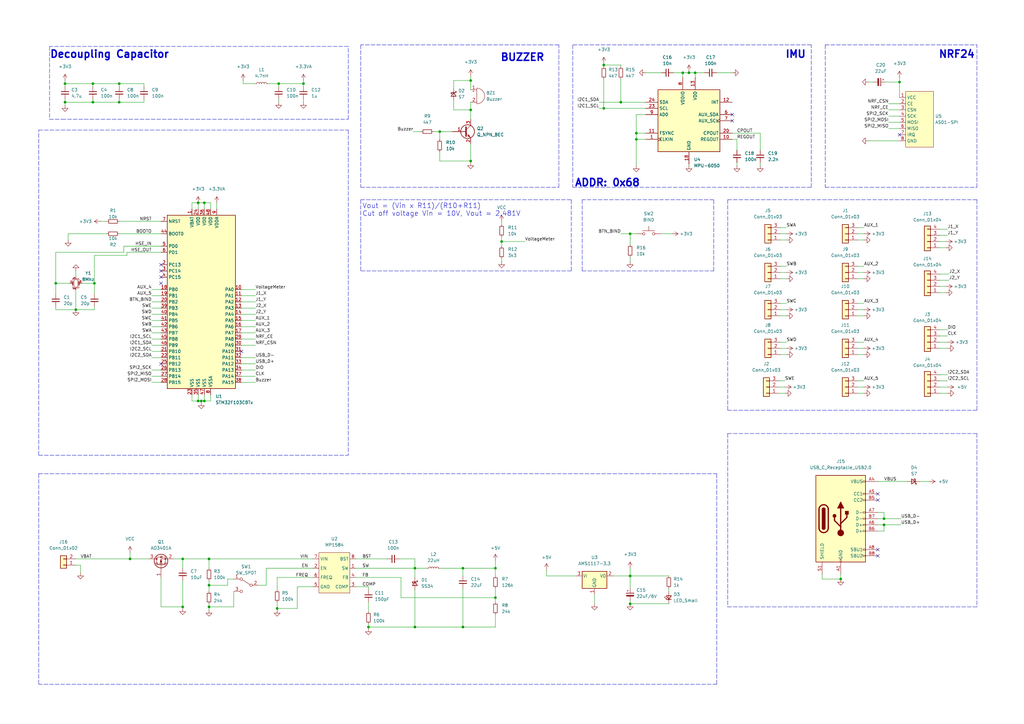
<source format=kicad_sch>
(kicad_sch (version 20211123) (generator eeschema)
  (paper "A3")
  (title_block (title "Digital Transmitter") (date "2022-09-16") (rev "Version 1.0") (company "BIT2BYTE"))
  (junction (at 85.725 240.03))
  (junction (at 368.935 33.655))
  (junction (at 193.04 66.04))
  (junction (at 282.575 29.845))
  (junction (at 280.035 29.845))
  (junction (at 362.585 212.725))
  (junction (at 193.04 45.085))
  (junction (at 83.82 83.185))
  (junction (at 81.28 83.185))
  (junction (at 31.115 127))
  (junction (at 258.445 247.65))
  (junction (at 260.985 57.15))
  (junction (at 170.18 257.175))
  (junction (at 48.895 34.29))
  (junction (at 205.74 99.06))
  (junction (at 38.735 116.205))
  (junction (at 203.2 233.045))
  (junction (at 38.1 41.91))
  (junction (at 151.13 257.175))
  (junction (at 22.86 116.205))
  (junction (at 81.28 164.465))
  (junction (at 247.65 26.67))
  (junction (at 180.34 53.975))
  (junction (at 189.865 257.175))
  (junction (at 193.04 33.02))
  (junction (at 258.445 95.885))
  (junction (at 362.585 215.265))
  (junction (at 285.115 29.845))
  (junction (at 38.1 34.29))
  (junction (at 260.985 54.61))
  (junction (at 83.82 164.465))
  (junction (at 26.67 34.29))
  (junction (at 254.635 41.91))
  (junction (at 53.34 229.235))
  (junction (at 85.725 248.92))
  (junction (at 114.3 34.29))
  (junction (at 74.93 229.235))
  (junction (at 170.18 233.045))
  (junction (at 203.2 245.11))
  (junction (at 189.865 233.045))
  (junction (at 113.665 249.555))
  (junction (at 124.46 34.29))
  (junction (at 344.805 237.49))
  (junction (at 74.93 248.92))
  (junction (at 247.65 44.45))
  (junction (at 26.67 41.91))
  (junction (at 258.445 236.22))
  (junction (at 48.895 41.91))
  (junction (at 82.55 164.465))
  (junction (at 85.725 229.235))
  (no_connect (at 66.04 111.125))
  (no_connect (at 66.04 113.665))
  (no_connect (at 360.045 227.965))
  (no_connect (at 360.045 205.105))
  (no_connect (at 360.045 225.425))
  (no_connect (at 360.045 202.565))
  (no_connect (at 300.355 49.53))
  (no_connect (at 300.355 46.99))
  (no_connect (at 66.04 116.205))
  (no_connect (at 368.935 55.245))
  (no_connect (at 66.04 149.225))
  (no_connect (at 66.04 108.585))
  (no_connect (at 99.06 144.145))
  (wire (pts (xy 95.885 242.57) (xy 95.885 248.92)))
  (polyline (pts (xy 15.875 194.31) (xy 15.875 280.67)))
  (wire (pts (xy 38.1 41.91) (xy 26.67 41.91)))
  (wire (pts (xy 351.79 145.415) (xy 354.33 145.415)))
  (wire (pts (xy 360.045 217.805) (xy 362.585 217.805)))
  (wire (pts (xy 337.185 237.49) (xy 344.805 237.49)))
  (wire (pts (xy 62.23 141.605) (xy 66.04 141.605)))
  (wire (pts (xy 362.585 215.265) (xy 369.57 215.265)))
  (wire (pts (xy 48.895 40.64) (xy 48.895 41.91)))
  (wire (pts (xy 385.445 161.29) (xy 388.62 161.29)))
  (wire (pts (xy 81.28 161.925) (xy 81.28 164.465)))
  (wire (pts (xy 38.1 40.64) (xy 38.1 41.91)))
  (wire (pts (xy 385.445 93.98) (xy 388.62 93.98)))
  (wire (pts (xy 99.06 154.305) (xy 104.775 154.305)))
  (wire (pts (xy 27.94 95.885) (xy 27.94 98.425)))
  (wire (pts (xy 82.55 164.465) (xy 82.55 165.1)))
  (wire (pts (xy 260.985 57.15) (xy 264.795 57.15)))
  (wire (pts (xy 114.3 35.56) (xy 114.3 34.29)))
  (wire (pts (xy 260.985 54.61) (xy 264.795 54.61)))
  (polyline (pts (xy 25.4 48.895) (xy 142.875 48.895)))
  (wire (pts (xy 22.86 127) (xy 31.115 127)))
  (wire (pts (xy 260.985 57.15) (xy 260.985 67.945)))
  (wire (pts (xy 99.06 146.685) (xy 104.775 146.685)))
  (wire (pts (xy 319.405 156.21) (xy 321.945 156.21)))
  (wire (pts (xy 38.735 104.775) (xy 38.735 116.205)))
  (wire (pts (xy 59.055 41.91) (xy 48.895 41.91)))
  (polyline (pts (xy 160.02 76.835) (xy 229.235 76.835)))
  (wire (pts (xy 62.23 131.445) (xy 66.04 131.445)))
  (wire (pts (xy 362.585 212.725) (xy 360.045 212.725)))
  (wire (pts (xy 28.575 116.205) (xy 22.86 116.205)))
  (wire (pts (xy 48.895 34.29) (xy 48.895 35.56)))
  (wire (pts (xy 385.445 101.6) (xy 387.985 101.6)))
  (wire (pts (xy 364.49 47.625) (xy 368.935 47.625)))
  (wire (pts (xy 85.725 229.235) (xy 85.725 233.045)))
  (wire (pts (xy 99.06 133.985) (xy 104.775 133.985)))
  (polyline (pts (xy 294.005 280.67) (xy 15.875 280.67)))
  (wire (pts (xy 254.635 27.305) (xy 254.635 26.67)))
  (wire (pts (xy 205.74 97.155) (xy 205.74 99.06)))
  (wire (pts (xy 193.04 66.04) (xy 193.04 66.675)))
  (wire (pts (xy 193.04 41.91) (xy 193.04 45.085)))
  (wire (pts (xy 351.79 93.345) (xy 354.33 93.345)))
  (wire (pts (xy 368.935 31.75) (xy 368.935 33.655)))
  (wire (pts (xy 41.275 90.805) (xy 43.815 90.805)))
  (wire (pts (xy 258.445 236.22) (xy 251.46 236.22)))
  (wire (pts (xy 52.07 104.775) (xy 38.735 104.775)))
  (wire (pts (xy 264.795 46.99) (xy 260.985 46.99)))
  (wire (pts (xy 85.725 247.65) (xy 85.725 248.92)))
  (wire (pts (xy 99.06 128.905) (xy 104.775 128.905)))
  (wire (pts (xy 99.06 126.365) (xy 104.775 126.365)))
  (wire (pts (xy 22.86 116.205) (xy 22.86 120.65)))
  (wire (pts (xy 364.49 42.545) (xy 368.935 42.545)))
  (wire (pts (xy 351.79 95.885) (xy 354.33 95.885)))
  (wire (pts (xy 258.445 241.3) (xy 258.445 236.22)))
  (polyline (pts (xy 15.875 194.31) (xy 294.005 194.31)))
  (wire (pts (xy 53.34 226.695) (xy 53.34 229.235)))
  (wire (pts (xy 146.05 240.665) (xy 151.13 240.665)))
  (wire (pts (xy 356.235 33.655) (xy 358.14 33.655)))
  (wire (pts (xy 385.445 137.795) (xy 388.62 137.795)))
  (polyline (pts (xy 338.455 18.415) (xy 400.685 18.415)))
  (wire (pts (xy 205.74 99.06) (xy 205.74 100.965)))
  (wire (pts (xy 247.65 44.45) (xy 264.795 44.45)))
  (wire (pts (xy 385.445 120.015) (xy 387.985 120.015)))
  (wire (pts (xy 243.84 243.84) (xy 243.84 247.65)))
  (wire (pts (xy 360.045 197.485) (xy 372.11 197.485)))
  (polyline (pts (xy 400.685 81.915) (xy 400.685 168.275)))
  (wire (pts (xy 33.02 231.775) (xy 33.02 234.95)))
  (wire (pts (xy 356.235 57.785) (xy 368.935 57.785)))
  (wire (pts (xy 258.445 95.885) (xy 258.445 100.33)))
  (wire (pts (xy 203.2 241.3) (xy 203.2 245.11)))
  (polyline (pts (xy 147.955 18.415) (xy 147.955 76.835)))
  (wire (pts (xy 78.74 161.925) (xy 78.74 164.465)))
  (polyline (pts (xy 229.235 18.415) (xy 147.955 18.415)))
  (wire (pts (xy 26.67 33.02) (xy 26.67 34.29)))
  (polyline (pts (xy 292.735 111.125) (xy 292.735 81.915)))
  (wire (pts (xy 85.725 248.92) (xy 85.725 250.19)))
  (wire (pts (xy 285.115 29.845) (xy 288.925 29.845)))
  (wire (pts (xy 351.79 127) (xy 354.33 127)))
  (wire (pts (xy 351.79 142.875) (xy 354.33 142.875)))
  (wire (pts (xy 151.13 255.905) (xy 151.13 257.175)))
  (wire (pts (xy 113.665 249.555) (xy 113.665 250.19)))
  (wire (pts (xy 351.79 109.22) (xy 354.33 109.22)))
  (polyline (pts (xy 20.32 19.05) (xy 20.32 48.895)))
  (wire (pts (xy 385.445 153.67) (xy 388.62 153.67)))
  (wire (pts (xy 74.93 229.235) (xy 85.725 229.235)))
  (wire (pts (xy 186.055 33.02) (xy 193.04 33.02)))
  (wire (pts (xy 113.665 241.935) (xy 113.665 236.855)))
  (wire (pts (xy 38.735 125.73) (xy 38.735 127)))
  (wire (pts (xy 274.32 241.3) (xy 274.32 242.57)))
  (wire (pts (xy 62.23 118.745) (xy 66.04 118.745)))
  (wire (pts (xy 193.04 31.115) (xy 193.04 33.02)))
  (wire (pts (xy 254.635 95.885) (xy 258.445 95.885)))
  (wire (pts (xy 62.23 133.985) (xy 66.04 133.985)))
  (wire (pts (xy 99.06 118.745) (xy 104.775 118.745)))
  (wire (pts (xy 245.745 44.45) (xy 247.65 44.45)))
  (wire (pts (xy 86.36 83.185) (xy 83.82 83.185)))
  (wire (pts (xy 300.355 57.15) (xy 302.26 57.15)))
  (wire (pts (xy 385.445 96.52) (xy 388.62 96.52)))
  (wire (pts (xy 351.79 156.21) (xy 354.33 156.21)))
  (wire (pts (xy 86.36 161.925) (xy 86.36 164.465)))
  (wire (pts (xy 351.79 111.76) (xy 354.33 111.76)))
  (wire (pts (xy 170.18 233.045) (xy 175.26 233.045)))
  (wire (pts (xy 344.805 235.585) (xy 344.805 237.49)))
  (wire (pts (xy 189.865 233.045) (xy 189.865 236.22)))
  (wire (pts (xy 364.49 52.705) (xy 368.935 52.705)))
  (wire (pts (xy 109.22 240.03) (xy 109.22 233.045)))
  (wire (pts (xy 258.445 247.65) (xy 274.32 247.65)))
  (wire (pts (xy 320.04 93.345) (xy 322.58 93.345)))
  (wire (pts (xy 203.2 245.11) (xy 203.2 247.015)))
  (wire (pts (xy 48.895 90.805) (xy 66.04 90.805)))
  (wire (pts (xy 66.04 248.92) (xy 74.93 248.92)))
  (wire (pts (xy 74.93 248.92) (xy 74.93 249.555)))
  (wire (pts (xy 151.13 247.015) (xy 151.13 250.825)))
  (wire (pts (xy 271.145 95.885) (xy 275.59 95.885)))
  (wire (pts (xy 121.92 249.555) (xy 113.665 249.555)))
  (wire (pts (xy 177.8 53.975) (xy 180.34 53.975)))
  (wire (pts (xy 351.79 161.29) (xy 354.33 161.29)))
  (wire (pts (xy 52.07 103.505) (xy 52.07 104.775)))
  (wire (pts (xy 62.23 146.685) (xy 66.04 146.685)))
  (wire (pts (xy 193.04 33.02) (xy 193.04 36.83)))
  (wire (pts (xy 74.93 238.125) (xy 74.93 248.92)))
  (wire (pts (xy 99.06 136.525) (xy 104.775 136.525)))
  (wire (pts (xy 247.65 32.385) (xy 247.65 44.45)))
  (polyline (pts (xy 400.685 177.8) (xy 400.685 248.92)))
  (wire (pts (xy 320.04 145.415) (xy 322.58 145.415)))
  (wire (pts (xy 362.585 212.725) (xy 369.57 212.725)))
  (wire (pts (xy 186.055 45.085) (xy 193.04 45.085)))
  (wire (pts (xy 74.93 229.235) (xy 74.93 233.045)))
  (wire (pts (xy 203.2 233.045) (xy 203.2 236.22)))
  (wire (pts (xy 66.04 236.855) (xy 66.04 248.92)))
  (wire (pts (xy 362.585 217.805) (xy 362.585 215.265)))
  (wire (pts (xy 31.115 229.235) (xy 53.34 229.235)))
  (wire (pts (xy 320.04 142.875) (xy 322.58 142.875)))
  (wire (pts (xy 385.445 112.395) (xy 389.255 112.395)))
  (wire (pts (xy 320.04 124.46) (xy 322.58 124.46)))
  (wire (pts (xy 83.82 83.185) (xy 81.28 83.185)))
  (polyline (pts (xy 292.735 81.915) (xy 238.76 81.915)))
  (wire (pts (xy 311.785 54.61) (xy 300.355 54.61)))
  (wire (pts (xy 351.79 98.425) (xy 354.33 98.425)))
  (wire (pts (xy 121.92 240.665) (xy 121.92 249.555)))
  (polyline (pts (xy 147.955 81.915) (xy 147.955 111.125)))
  (wire (pts (xy 95.885 248.92) (xy 85.725 248.92)))
  (wire (pts (xy 254.635 41.91) (xy 264.795 41.91)))
  (wire (pts (xy 319.405 161.29) (xy 321.945 161.29)))
  (wire (pts (xy 247.65 26.67) (xy 247.65 27.305)))
  (wire (pts (xy 48.895 41.91) (xy 38.1 41.91)))
  (wire (pts (xy 351.79 124.46) (xy 354.33 124.46)))
  (wire (pts (xy 258.445 246.38) (xy 258.445 247.65)))
  (wire (pts (xy 38.1 34.29) (xy 38.1 35.56)))
  (wire (pts (xy 85.725 240.03) (xy 85.725 242.57)))
  (wire (pts (xy 385.445 117.475) (xy 387.985 117.475)))
  (wire (pts (xy 205.74 106.045) (xy 205.74 107.315)))
  (wire (pts (xy 83.82 164.465) (xy 86.36 164.465)))
  (wire (pts (xy 186.055 41.275) (xy 186.055 45.085)))
  (polyline (pts (xy 298.45 177.8) (xy 298.45 248.92)))
  (wire (pts (xy 50.8 103.505) (xy 50.8 100.965)))
  (wire (pts (xy 189.865 257.175) (xy 203.2 257.175)))
  (wire (pts (xy 186.055 36.195) (xy 186.055 33.02)))
  (wire (pts (xy 38.735 127) (xy 31.115 127)))
  (wire (pts (xy 85.725 229.235) (xy 128.27 229.235)))
  (wire (pts (xy 62.23 154.305) (xy 66.04 154.305)))
  (wire (pts (xy 260.985 54.61) (xy 260.985 57.15)))
  (wire (pts (xy 236.22 236.22) (xy 224.155 236.22)))
  (polyline (pts (xy 238.76 81.915) (xy 238.76 110.49)))
  (wire (pts (xy 26.67 34.29) (xy 26.67 35.56)))
  (wire (pts (xy 22.86 125.73) (xy 22.86 127)))
  (polyline (pts (xy 298.45 177.8) (xy 400.685 177.8)))
  (wire (pts (xy 151.13 257.175) (xy 151.13 257.81)))
  (wire (pts (xy 85.725 238.125) (xy 85.725 240.03)))
  (wire (pts (xy 285.115 31.75) (xy 285.115 29.845)))
  (wire (pts (xy 260.985 46.99) (xy 260.985 54.61)))
  (wire (pts (xy 280.035 29.845) (xy 280.035 31.75)))
  (wire (pts (xy 164.465 236.855) (xy 146.05 236.855)))
  (wire (pts (xy 362.585 210.185) (xy 362.585 212.725)))
  (polyline (pts (xy 332.74 76.835) (xy 332.74 18.415)))
  (wire (pts (xy 26.67 34.29) (xy 38.1 34.29)))
  (wire (pts (xy 385.445 140.335) (xy 388.62 140.335)))
  (polyline (pts (xy 238.76 110.49) (xy 238.76 111.125)))
  (wire (pts (xy 99.06 141.605) (xy 104.775 141.605)))
  (wire (pts (xy 193.04 45.085) (xy 193.04 48.895)))
  (wire (pts (xy 180.34 66.04) (xy 193.04 66.04)))
  (wire (pts (xy 170.18 257.175) (xy 151.13 257.175)))
  (wire (pts (xy 113.665 247.015) (xy 113.665 249.555)))
  (wire (pts (xy 62.23 144.145) (xy 66.04 144.145)))
  (wire (pts (xy 282.575 29.21) (xy 282.575 29.845)))
  (wire (pts (xy 245.745 41.91) (xy 254.635 41.91)))
  (polyline (pts (xy 15.875 186.69) (xy 15.875 53.34)))
  (wire (pts (xy 146.05 233.045) (xy 170.18 233.045)))
  (wire (pts (xy 351.79 158.75) (xy 354.33 158.75)))
  (wire (pts (xy 31.115 231.775) (xy 33.02 231.775)))
  (wire (pts (xy 280.035 29.845) (xy 282.575 29.845)))
  (wire (pts (xy 78.74 85.725) (xy 78.74 83.185)))
  (wire (pts (xy 62.23 128.905) (xy 66.04 128.905)))
  (wire (pts (xy 99.06 131.445) (xy 104.775 131.445)))
  (wire (pts (xy 254.635 32.385) (xy 254.635 41.91)))
  (wire (pts (xy 320.04 111.76) (xy 322.58 111.76)))
  (wire (pts (xy 258.445 95.885) (xy 260.985 95.885)))
  (polyline (pts (xy 147.955 76.835) (xy 160.02 76.835)))
  (wire (pts (xy 282.575 67.31) (xy 282.575 67.945)))
  (wire (pts (xy 81.28 164.465) (xy 82.55 164.465)))
  (wire (pts (xy 31.115 118.745) (xy 31.115 127)))
  (wire (pts (xy 203.2 245.11) (xy 164.465 245.11)))
  (wire (pts (xy 180.34 57.15) (xy 180.34 53.975)))
  (polyline (pts (xy 234.315 111.125) (xy 147.955 111.125)))
  (wire (pts (xy 26.67 40.64) (xy 26.67 41.91)))
  (wire (pts (xy 224.155 236.22) (xy 224.155 233.68)))
  (wire (pts (xy 282.575 29.845) (xy 285.115 29.845)))
  (wire (pts (xy 114.3 34.29) (xy 124.46 34.29)))
  (wire (pts (xy 320.04 114.3) (xy 322.58 114.3)))
  (polyline (pts (xy 234.315 81.915) (xy 234.315 111.125)))
  (wire (pts (xy 99.06 151.765) (xy 104.775 151.765)))
  (wire (pts (xy 258.445 236.22) (xy 274.32 236.22)))
  (polyline (pts (xy 142.875 48.895) (xy 142.875 19.05)))
  (wire (pts (xy 170.18 233.045) (xy 170.18 236.855)))
  (wire (pts (xy 82.55 164.465) (xy 83.82 164.465)))
  (wire (pts (xy 99.06 149.225) (xy 104.775 149.225)))
  (wire (pts (xy 62.23 121.285) (xy 66.04 121.285)))
  (wire (pts (xy 83.82 161.925) (xy 83.82 164.465)))
  (wire (pts (xy 264.795 29.845) (xy 271.145 29.845)))
  (wire (pts (xy 169.545 53.975) (xy 172.72 53.975)))
  (wire (pts (xy 124.46 40.64) (xy 124.46 41.91)))
  (polyline (pts (xy 338.455 18.415) (xy 338.455 76.835)))
  (wire (pts (xy 66.04 103.505) (xy 52.07 103.505)))
  (wire (pts (xy 146.05 229.235) (xy 158.75 229.235)))
  (polyline (pts (xy 142.875 53.34) (xy 142.875 186.69)))
  (wire (pts (xy 193.04 59.055) (xy 193.04 66.04)))
  (wire (pts (xy 189.865 233.045) (xy 203.2 233.045)))
  (wire (pts (xy 385.445 156.21) (xy 388.62 156.21)))
  (polyline (pts (xy 15.875 186.69) (xy 142.875 186.69)))
  (wire (pts (xy 99.695 33.02) (xy 99.695 34.29)))
  (wire (pts (xy 170.18 229.235) (xy 170.18 233.045)))
  (wire (pts (xy 351.79 114.3) (xy 354.33 114.3)))
  (wire (pts (xy 124.46 34.29) (xy 124.46 35.56)))
  (wire (pts (xy 26.67 41.91) (xy 26.67 43.18)))
  (wire (pts (xy 311.785 66.675) (xy 311.785 67.945)))
  (wire (pts (xy 170.18 241.935) (xy 170.18 257.175)))
  (polyline (pts (xy 400.685 248.92) (xy 298.45 248.92)))
  (wire (pts (xy 351.79 129.54) (xy 354.33 129.54)))
  (wire (pts (xy 189.865 241.3) (xy 189.865 257.175)))
  (wire (pts (xy 124.46 33.02) (xy 124.46 34.29)))
  (wire (pts (xy 38.1 34.29) (xy 48.895 34.29)))
  (wire (pts (xy 62.23 151.765) (xy 66.04 151.765)))
  (wire (pts (xy 385.445 142.875) (xy 388.62 142.875)))
  (wire (pts (xy 163.83 229.235) (xy 170.18 229.235)))
  (wire (pts (xy 368.935 33.655) (xy 368.935 40.005)))
  (wire (pts (xy 95.885 237.49) (xy 93.345 237.49)))
  (wire (pts (xy 320.04 140.335) (xy 322.58 140.335)))
  (wire (pts (xy 363.22 33.655) (xy 368.935 33.655)))
  (wire (pts (xy 86.36 85.725) (xy 86.36 83.185)))
  (polyline (pts (xy 238.76 111.125) (xy 292.735 111.125)))
  (wire (pts (xy 48.895 34.29) (xy 59.055 34.29)))
  (polyline (pts (xy 338.455 76.835) (xy 400.685 76.835)))
  (wire (pts (xy 258.445 233.045) (xy 258.445 236.22)))
  (wire (pts (xy 109.855 34.29) (xy 114.3 34.29)))
  (wire (pts (xy 22.86 116.205) (xy 22.86 103.505)))
  (polyline (pts (xy 142.875 19.05) (xy 20.32 19.05)))
  (wire (pts (xy 203.2 229.87) (xy 203.2 233.045)))
  (wire (pts (xy 320.04 98.425) (xy 322.58 98.425)))
  (wire (pts (xy 302.26 57.15) (xy 302.26 61.595)))
  (wire (pts (xy 319.405 158.75) (xy 321.945 158.75)))
  (polyline (pts (xy 298.45 81.915) (xy 400.685 81.915)))
  (wire (pts (xy 364.49 50.165) (xy 368.935 50.165)))
  (wire (pts (xy 203.2 257.175) (xy 203.2 252.095)))
  (wire (pts (xy 59.055 34.29) (xy 59.055 35.56)))
  (wire (pts (xy 38.735 116.205) (xy 38.735 120.65)))
  (wire (pts (xy 50.8 100.965) (xy 66.04 100.965)))
  (wire (pts (xy 62.23 136.525) (xy 66.04 136.525)))
  (wire (pts (xy 189.865 257.175) (xy 170.18 257.175)))
  (wire (pts (xy 31.115 111.125) (xy 31.115 113.665)))
  (wire (pts (xy 164.465 245.11) (xy 164.465 236.855)))
  (wire (pts (xy 99.06 139.065) (xy 104.775 139.065)))
  (wire (pts (xy 247.65 26.035) (xy 247.65 26.67)))
  (wire (pts (xy 62.23 123.825) (xy 66.04 123.825)))
  (wire (pts (xy 78.74 164.465) (xy 81.28 164.465)))
  (wire (pts (xy 62.23 126.365) (xy 66.04 126.365)))
  (wire (pts (xy 385.445 99.06) (xy 387.985 99.06)))
  (wire (pts (xy 337.185 235.585) (xy 337.185 237.49)))
  (polyline (pts (xy 400.685 168.275) (xy 298.45 168.275)))
  (polyline (pts (xy 20.32 48.895) (xy 25.4 48.895)))
  (wire (pts (xy 364.49 45.085) (xy 368.935 45.085)))
  (wire (pts (xy 258.445 105.41) (xy 258.445 107.315)))
  (polyline (pts (xy 229.235 76.835) (xy 229.235 18.415)))
  (wire (pts (xy 320.04 129.54) (xy 322.58 129.54)))
  (wire (pts (xy 109.22 233.045) (xy 128.27 233.045)))
  (wire (pts (xy 311.785 61.595) (xy 311.785 54.61)))
  (polyline (pts (xy 294.005 194.31) (xy 294.005 280.67)))
  (wire (pts (xy 43.815 95.885) (xy 27.94 95.885)))
  (polyline (pts (xy 332.74 18.415) (xy 234.95 18.415)))
  (wire (pts (xy 22.86 103.505) (xy 50.8 103.505)))
  (wire (pts (xy 205.74 90.805) (xy 205.74 92.075)))
  (wire (pts (xy 59.055 40.64) (xy 59.055 41.91)))
  (wire (pts (xy 81.28 83.185) (xy 81.28 85.725)))
  (wire (pts (xy 294.005 29.845) (xy 300.355 29.845)))
  (polyline (pts (xy 234.95 18.415) (xy 234.95 76.835)))
  (wire (pts (xy 113.665 236.855) (xy 128.27 236.855)))
  (wire (pts (xy 93.345 240.03) (xy 85.725 240.03)))
  (wire (pts (xy 128.27 240.665) (xy 121.92 240.665)))
  (wire (pts (xy 99.06 156.845) (xy 104.775 156.845)))
  (wire (pts (xy 205.74 99.06) (xy 215.265 99.06)))
  (polyline (pts (xy 15.875 53.34) (xy 142.875 53.34)))
  (polyline (pts (xy 298.45 81.915) (xy 298.45 168.275)))
  (wire (pts (xy 254.635 26.67) (xy 247.65 26.67)))
  (wire (pts (xy 99.695 34.29) (xy 104.775 34.29)))
  (wire (pts (xy 377.19 197.485) (xy 381 197.485)))
  (wire (pts (xy 276.225 29.845) (xy 280.035 29.845)))
  (wire (pts (xy 99.06 121.285) (xy 104.775 121.285)))
  (wire (pts (xy 385.445 114.935) (xy 389.255 114.935)))
  (wire (pts (xy 106.045 240.03) (xy 109.22 240.03)))
  (wire (pts (xy 53.34 229.235) (xy 60.96 229.235)))
  (wire (pts (xy 351.79 140.335) (xy 354.33 140.335)))
  (wire (pts (xy 180.34 53.975) (xy 185.42 53.975)))
  (wire (pts (xy 385.445 158.75) (xy 388.62 158.75)))
  (wire (pts (xy 114.3 40.64) (xy 114.3 41.91)))
  (polyline (pts (xy 400.685 76.835) (xy 400.685 18.415)))
  (wire (pts (xy 93.345 237.49) (xy 93.345 240.03)))
  (wire (pts (xy 88.9 83.185) (xy 88.9 85.725)))
  (wire (pts (xy 62.23 156.845) (xy 66.04 156.845)))
  (wire (pts (xy 151.13 240.665) (xy 151.13 241.935)))
  (wire (pts (xy 83.82 83.185) (xy 83.82 85.725)))
  (wire (pts (xy 320.04 127) (xy 322.58 127)))
  (polyline (pts (xy 234.95 76.835) (xy 332.74 76.835)))
  (polyline (pts (xy 147.955 81.915) (xy 234.315 81.915)))
  (wire (pts (xy 360.045 210.185) (xy 362.585 210.185)))
  (wire (pts (xy 180.34 233.045) (xy 189.865 233.045)))
  (wire (pts (xy 62.23 139.065) (xy 66.04 139.065)))
  (wire (pts (xy 99.06 123.825) (xy 104.775 123.825)))
  (wire (pts (xy 320.04 109.22) (xy 322.58 109.22)))
  (wire (pts (xy 302.26 66.675) (xy 302.26 67.945)))
  (wire (pts (xy 48.895 95.885) (xy 66.04 95.885)))
  (wire (pts (xy 385.445 135.255) (xy 388.62 135.255)))
  (wire (pts (xy 360.045 215.265) (xy 362.585 215.265)))
  (wire (pts (xy 180.34 62.23) (xy 180.34 66.04)))
  (wire (pts (xy 78.74 83.185) (xy 81.28 83.185)))
  (wire (pts (xy 320.04 95.885) (xy 322.58 95.885)))
  (wire (pts (xy 33.655 116.205) (xy 38.735 116.205)))
  (wire (pts (xy 71.12 229.235) (xy 74.93 229.235)))
  (text "Vout = (Vin x R11)/(R10+R11)" (at 148.59 85.725 0) (effects (font (size 2 2)) (justify left bottom)))
  (text "Cut off voltage Vin = 10V, Vout = 2.481V" (at 148.59 88.9 0) (effects (font (size 2 2)) (justify left bottom)))
  (text "NRF24" (at 384.81 24.13 0) (effects (font (size 3 3) bold) (justify left bottom)))
  (text "BUZZER" (at 205.105 25.4 0) (effects (font (size 3 3) bold) (justify left bottom)))
  (text "Decoupling Capacitor" (at 20.32 24.13 0) (effects (font (size 3 3) bold) (justify left bottom)))
  (text "ADDR: 0x68" (at 235.585 76.835 0) (effects (font (size 3 3) bold) (justify left bottom)))
  (text "IMU" (at 321.945 24.13 0) (effects (font (size 3 3) (thickness 0.6) bold) (justify left bottom)))
  (label "SPI2_MISO" (at 62.23 154.305 180))
  (label "SWA" (at 322.58 93.345 0))
  (label "FB" (at 148.59 236.855 0))
  (label "USB_D+" (at 104.775 149.225 0))
  (label "AUX_3" (at 104.775 136.525 0))
  (label "CPOUT" (at 302.26 54.61 0))
  (label "I2C2_SCL" (at 62.23 144.145 180))
  (label "I2C2_SCL" (at 388.62 156.21 0))
  (label "J1_X" (at 388.62 93.98 0))
  (label "AUX_1" (at 354.33 93.345 0))
  (label "NRST" (at 62.23 90.805 180))
  (label "VoltageMeter" (at 215.265 99.06 0))
  (label "J1_Y" (at 388.62 96.52 0))
  (label "NRF_CSN" (at 364.49 42.545 180))
  (label "SWD" (at 322.58 140.335 0))
  (label "SPI2_MOSI" (at 364.49 50.165 180))
  (label "Buzzer" (at 169.545 53.975 180))
  (label "SWC" (at 62.23 131.445 180))
  (label "Buzzer" (at 104.775 156.845 0))
  (label "SWB" (at 62.23 133.985 180))
  (label "VIN" (at 126.365 229.235 180))
  (label "I2C1_SCL" (at 245.745 44.45 180))
  (label "HSE_OUT" (at 62.23 103.505 180))
  (label "I2C2_SDA" (at 62.23 146.685 180))
  (label "BOOTO" (at 62.23 95.885 180))
  (label "NRF_CE" (at 104.775 139.065 0))
  (label "DIO" (at 104.775 151.765 0))
  (label "EN" (at 126.365 233.045 180))
  (label "SWA" (at 62.23 136.525 180))
  (label "J2_Y" (at 389.255 114.935 0))
  (label "USB_D-" (at 369.57 212.725 0))
  (label "VBUS" (at 362.585 197.485 0))
  (label "NRF_CE" (at 364.49 45.085 180))
  (label "SPI2_MISO" (at 364.49 52.705 180))
  (label "AUX_2" (at 104.775 133.985 0))
  (label "SPI2_SCK" (at 364.49 47.625 180))
  (label "SWE" (at 321.945 156.21 0))
  (label "SWB" (at 322.58 109.22 0))
  (label "REGOUT" (at 302.26 57.15 0))
  (label "VBAT" (at 33.02 229.235 0))
  (label "SWD" (at 62.23 128.905 180))
  (label "J2_X" (at 104.775 126.365 0))
  (label "VoltageMeter" (at 104.775 118.745 0))
  (label "I2C2_SDA" (at 388.62 153.67 0))
  (label "AUX_1" (at 104.775 131.445 0))
  (label "HSE_IN" (at 62.23 100.965 180))
  (label "I2C1_SDA" (at 245.745 41.91 180))
  (label "BST" (at 148.59 229.235 0))
  (label "AUX_5" (at 62.23 121.285 180))
  (label "SWC" (at 322.58 124.46 0))
  (label "NRF_CSN" (at 104.775 141.605 0))
  (label "AUX_2" (at 354.33 109.22 0))
  (label "SW" (at 148.59 233.045 0))
  (label "I2C1_SDA" (at 62.23 141.605 180))
  (label "SPI2_MOSI" (at 62.23 156.845 180))
  (label "BTN_BIND" (at 62.23 123.825 180))
  (label "USB_D+" (at 369.57 215.265 0))
  (label "DIO" (at 388.62 135.255 0))
  (label "USB_D-" (at 104.775 146.685 0))
  (label "AUX_5" (at 354.33 156.21 0))
  (label "CLK" (at 104.775 154.305 0))
  (label "AUX_3" (at 354.33 124.46 0))
  (label "J2_Y" (at 104.775 128.905 0))
  (label "J1_Y" (at 104.775 123.825 0))
  (label "I2C1_SCL" (at 62.23 139.065 180))
  (label "COMP" (at 148.59 240.665 0))
  (label "AUX_4" (at 354.33 140.335 0))
  (label "BTN_BIND" (at 254.635 95.885 180))
  (label "AUX_4" (at 62.23 118.745 180))
  (label "SPI2_SCK" (at 62.23 151.765 180))
  (label "J2_X" (at 389.255 112.395 0))
  (label "FREQ" (at 126.365 236.855 180))
  (label "CLK" (at 388.62 137.795 0))
  (label "J1_X" (at 104.775 121.285 0))
  (label "SWE" (at 62.23 126.365 180))
  (symbol (lib_id "power:+3.3VA") (at 124.46 33.02 0) (unit 1)
    (property "Reference" "#PWR019" (effects hide))
    (property "Value" "+3.3VA" (at 124.46 27.305 0))
  )
  (symbol (lib_id "power:GND") (at 354.33 114.3 90) (unit 1)
    (property "Reference" "#PWR057" (effects hide))
    (property "Value" "GND" (effects hide))
  )
  (symbol (lib_id "power:+3.3V") (at 99.695 33.02 0) (unit 1)
    (property "Reference" "#PWR016" (effects hide))
    (property "Value" "+3.3V" (at 99.695 27.305 0))
  )
  (symbol (lib_id "power:GND") (at 322.58 145.415 90) (unit 1)
    (property "Reference" "#PWR055" (effects hide))
    (property "Value" "GND" (effects hide))
  )
  (symbol (lib_id "power:+3.3V") (at 354.33 127 270) (unit 1)
    (property "Reference" "#PWR058" (effects hide))
    (property "Value" "+3.3V" (at 357.505 126.9999 90) (effects (justify left)))
  )
  (symbol (lib_id "power:+3.3V") (at 354.33 142.875 270) (unit 1)
    (property "Reference" "#PWR060" (effects hide))
    (property "Value" "+3.3V" (at 357.505 142.8749 90) (effects (justify left)))
  )
  (symbol (lib_id "Device:C_Small") (at 161.29 229.235 90) (unit 1)
    (property "Reference" "C13" (at 161.2963 222.25 90))
    (property "Value" "100n" (at 161.2963 224.79 90))
    (property "Footprint" "Capacitor_SMD:C_0603_1608Metric" (effects hide))
  )
  (symbol (lib_id "Connector_Generic:Conn_01x03") (at 314.325 158.75 180) (unit 1)
    (property "Reference" "J2" (at 314.325 149.225 0))
    (property "Value" "Conn_01x03" (at 314.325 151.765 0))
    (property "Footprint" "MyConnector:con_01x03_W2.5mm-H2.5mm" (effects hide))
  )
  (symbol (lib_id "power:+3.3V") (at 41.275 90.805 90) (unit 1)
    (property "Reference" "#PWR09" (effects hide))
    (property "Value" "+3.3V" (at 32.385 90.805 90) (effects (justify right)))
  )
  (symbol (lib_id "Device:C_Small") (at 273.685 29.845 90) (unit 1)
    (property "Reference" "C16" (at 273.6913 23.495 90))
    (property "Value" "10n" (at 273.6913 26.035 90))
    (property "Footprint" "Capacitor_SMD:C_0603_1608Metric" (effects hide))
  )
  (symbol (lib_id "power:GND") (at 388.62 142.875 90) (unit 1)
    (property "Reference" "#PWR045" (effects hide))
    (property "Value" "GND" (effects hide))
  )
  (symbol (lib_id "power:GND") (at 31.115 111.125 180) (unit 1)
    (property "Reference" "#PWR06" (effects hide))
    (property "Value" "GND" (effects hide))
  )
  (symbol (lib_id "power:GND") (at 354.33 98.425 90) (unit 1)
    (property "Reference" "#PWR023" (effects hide))
    (property "Value" "GND" (effects hide))
  )
  (symbol (lib_id "Device:D_Schottky_Small") (at 374.65 197.485 180) (unit 1)
    (property "Reference" "D4" (at 374.904 191.77 0))
    (property "Value" "S7" (at 374.904 194.31 0))
    (property "Footprint" "Diode_SMD:D_SOD-123" (effects hide))
  )
  (symbol (lib_id "power:VCC") (at 205.74 90.805 0) (unit 1)
    (property "Reference" "#PWR0101" (effects hide))
    (property "Value" "VCC" (at 205.74 85.09 0))
  )
  (symbol (lib_id "Device:D_Schottky_Small") (at 186.055 38.735 270) (unit 1)
    (property "Reference" "D2" (at 187.96 37.2109 90) (effects (justify left)))
    (property "Value" "S7" (at 187.96 39.7509 90) (effects (justify left)))
    (property "Footprint" "Diode_SMD:D_SOD-123" (effects hide))
  )
  (symbol (lib_id "power:+5V") (at 203.2 229.87 0) (unit 1)
    (property "Reference" "#PWR021" (effects hide))
    (property "Value" "+5V" (at 203.2 224.79 0))
  )
  (symbol (lib_id "power:GND") (at 260.985 67.945 0) (unit 1)
    (property "Reference" "#PWR034" (effects hide))
    (property "Value" "GND" (effects hide))
  )
  (symbol (lib_id "Device:R_Small") (at 85.725 245.11 0) (unit 1)
    (property "Reference" "R4" (at 87.63 243.8399 0) (effects (justify left)))
    (property "Value" "24k" (at 87.63 246.3799 0) (effects (justify left)))
    (property "Footprint" "Resistor_SMD:R_0603_1608Metric" (effects hide))
  )
  (symbol (lib_id "Connector_Generic:Conn_01x03") (at 346.71 142.875 180) (unit 1)
    (property "Reference" "J11" (at 346.71 133.35 0))
    (property "Value" "Conn_01x03" (at 346.71 135.89 0))
    (property "Footprint" "MyConnector:con_01x03_W2.5mm-H2.5mm" (effects hide))
  )
  (symbol (lib_id "Device:R_Small") (at 85.725 235.585 0) (unit 1)
    (property "Reference" "R3" (at 87.63 234.3149 0) (effects (justify left)))
    (property "Value" "100k" (at 87.63 236.8549 0) (effects (justify left)))
    (property "Footprint" "Resistor_SMD:R_0603_1608Metric" (effects hide))
  )
  (symbol (lib_id "Connector_Generic:Conn_01x02") (at 26.035 231.775 180) (unit 1)
    (property "Reference" "J16" (at 26.035 222.25 0))
    (property "Value" "Conn_01x02" (at 26.035 224.79 0))
    (property "Footprint" "Connector_PinHeader_2.54mm:PinHeader_1x02_P2.54mm_Vertical" (effects hide))
  )
  (symbol (lib_id "power:GND") (at 264.795 29.845 270) (unit 1)
    (property "Reference" "#PWR035" (effects hide))
    (property "Value" "GND" (effects hide))
  )
  (symbol (lib_id "power:+3.3V") (at 354.33 158.75 270) (unit 1)
    (property "Reference" "#PWR062" (effects hide))
    (property "Value" "+3.3V" (at 357.505 158.7499 90) (effects (justify left)))
  )
  (symbol (lib_id "Device:R_Small") (at 203.2 238.76 0) (unit 1)
    (property "Reference" "R7" (at 205.74 237.4899 0) (effects (justify left)))
    (property "Value" "126k" (at 205.74 240.0299 0) (effects (justify left)))
    (property "Footprint" "Resistor_SMD:R_0603_1608Metric" (effects hide))
  )
  (symbol (lib_id "Device:C_Small") (at 124.46 38.1 0) (unit 1)
    (property "Reference" "C12" (at 127.635 36.8362 0) (effects (justify left)))
    (property "Value" "1u" (at 127.635 39.3762 0) (effects (justify left)))
    (property "Footprint" "Capacitor_SMD:C_0603_1608Metric" (effects hide))
  )
  (symbol (lib_id "Device:C_Small") (at 26.67 38.1 0) (unit 1)
    (property "Reference" "C3" (at 29.21 36.8362 0) (effects (justify left)))
    (property "Value" "4.7u" (at 29.21 39.3762 0) (effects (justify left)))
    (property "Footprint" "Capacitor_SMD:C_0805_2012Metric" (effects hide))
  )
  (symbol (lib_id "Device:L_Small") (at 177.8 233.045 90) (unit 1)
    (property "Reference" "L2" (at 177.8 227.33 90))
    (property "Value" "22uH" (at 177.8 229.87 90))
    (property "Footprint" "Inductor_SMD:L_7.3x7.3_H4.5" (effects hide))
  )
  (symbol (lib_id "power:GND") (at 356.235 33.655 270) (unit 1)
    (property "Reference" "#PWR041" (effects hide))
    (property "Value" "GND" (effects hide))
  )
  (symbol (lib_id "Device:C_Small") (at 151.13 244.475 0) (unit 1)
    (property "Reference" "C11" (at 153.67 243.2112 0) (effects (justify left)))
    (property "Value" "150pF" (at 153.67 245.7512 0) (effects (justify left)))
    (property "Footprint" "Capacitor_SMD:C_0603_1608Metric" (effects hide))
  )
  (symbol (lib_id "power:GND") (at 33.02 234.95 0) (unit 1)
    (property "Reference" "#PWR070" (effects hide))
    (property "Value" "GND" (effects hide))
  )
  (symbol (lib_id "Connector_Generic:Conn_01x04") (at 380.365 117.475 180) (unit 1)
    (property "Reference" "J14" (at 380.365 106.045 0))
    (property "Value" "Conn_01x04" (at 380.365 108.585 0))
    (property "Footprint" "MyConnector:con_01x04_W2.5mm-H2.5mm" (effects hide))
  )
  (symbol (lib_id "power:GND") (at 113.665 250.19 0) (unit 1)
    (property "Reference" "#PWR013" (effects hide))
    (property "Value" "GND" (effects hide))
  )
  (symbol (lib_id "Device:Buzzer") (at 195.58 39.37 0) (unit 1)
    (property "Reference" "BZ1" (at 199.39 38.0999 0) (effects (justify left)))
    (property "Value" "Buzzer" (at 199.39 40.6399 0) (effects (justify left)))
    (property "Footprint" "Buzzer_Beeper:Buzzer_12x9.5RM7.6" (effects hide))
  )
  (symbol (lib_id "power:+3.3V") (at 387.985 99.06 270) (unit 1)
    (property "Reference" "#PWR064" (effects hide))
    (property "Value" "+3.3V" (at 391.16 99.0599 90) (effects (justify left)))
  )
  (symbol (lib_id "Device:C_Small") (at 48.895 38.1 0) (unit 1)
    (property "Reference" "C8" (at 52.07 36.8362 0) (effects (justify left)))
    (property "Value" "100n" (at 52.07 39.3762 0) (effects (justify left)))
    (property "Footprint" "Capacitor_SMD:C_0603_1608Metric" (effects hide))
  )
  (symbol (lib_id "power:+3.3V") (at 322.58 111.76 270) (unit 1)
    (property "Reference" "#PWR050" (effects hide))
    (property "Value" "+3.3V" (at 325.755 111.7599 90) (effects (justify left)))
  )
  (symbol (lib_id "power:GND") (at 388.62 161.29 90) (unit 1)
    (property "Reference" "#PWR047" (effects hide))
    (property "Value" "GND" (effects hide))
  )
  (symbol (lib_id "power:GND") (at 302.26 67.945 0) (unit 1)
    (property "Reference" "#PWR039" (effects hide))
    (property "Value" "GND" (effects hide))
  )
  (symbol (lib_id "Switch:SW_SPDT") (at 100.965 240.03 0) (mirror y) (unit 1)
    (property "Reference" "SW1" (at 100.965 232.41 0))
    (property "Value" "SW_SPDT" (at 100.965 234.95 0))
    (property "Footprint" "Button_Switch_THT:SW_CuK_JS202011CQN_DPDT_Straight" (effects hide))
  )
  (symbol (lib_id "Device:R_Small") (at 175.26 53.975 90) (unit 1)
    (property "Reference" "R9" (at 175.26 47.625 90))
    (property "Value" "4k7" (at 175.26 50.165 90))
    (property "Footprint" "Resistor_SMD:R_0603_1608Metric" (effects hide))
  )
  (symbol (lib_id "power:+3.3V") (at 387.985 117.475 270) (unit 1)
    (property "Reference" "#PWR066" (effects hide))
    (property "Value" "+3.3V" (at 391.16 117.4749 90) (effects (justify left)))
  )
  (symbol (lib_id "power:+3.3V") (at 275.59 95.885 270) (unit 1)
    (property "Reference" "#PWR069" (effects hide))
    (property "Value" "+3.3V" (at 278.765 95.8849 90) (effects (justify left)))
  )
  (symbol (lib_id "Device:C_Polarized_Small") (at 258.445 243.84 0) (unit 1)
    (property "Reference" "C15" (at 260.985 242.0238 0) (effects (justify left)))
    (property "Value" "22uF/6V" (at 260.985 244.5638 0) (effects (justify left)))
    (property "Footprint" "Capacitor_Tantalum_SMD:CP_EIA-3216-10_Kemet-I" (effects hide))
  )
  (symbol (lib_id "Device:R_Small") (at 258.445 102.87 0) (unit 1)
    (property "Reference" "R16" (at 260.985 101.5999 0) (effects (justify left)))
    (property "Value" "10k" (at 260.985 104.1399 0) (effects (justify left)))
    (property "Footprint" "Resistor_SMD:R_0603_1608Metric" (effects hide))
  )
  (symbol (lib_id "power:GND") (at 258.445 247.65 0) (unit 1)
    (property "Reference" "#PWR032" (effects hide))
    (property "Value" "GND" (effects hide))
  )
  (symbol (lib_id "power:VCC") (at 53.34 226.695 0) (unit 1)
    (property "Reference" "#PWR01" (effects hide))
    (property "Value" "VCC" (at 53.34 220.98 0))
  )
  (symbol (lib_id "power:GND") (at 151.13 257.81 0) (unit 1)
    (property "Reference" "#PWR018" (effects hide))
    (property "Value" "GND" (effects hide))
  )
  (symbol (lib_id "Device:C_Small") (at 291.465 29.845 90) (unit 1)
    (property "Reference" "C17" (at 291.4713 23.495 90))
    (property "Value" "100n" (at 291.4713 26.035 90))
    (property "Footprint" "Capacitor_SMD:C_0603_1608Metric" (effects hide))
  )
  (symbol (lib_id "power:+3.3V") (at 354.33 95.885 270) (unit 1)
    (property "Reference" "#PWR022" (effects hide))
    (property "Value" "+3.3V" (at 357.505 95.8849 90) (effects (justify left)))
  )
  (symbol (lib_id "myCustomLibs:AS01-SPI") (at 387.985 47.625 0) (unit 1)
    (property "Reference" "U5" (at 383.54 47.6249 0) (effects (justify left)))
    (property "Value" "AS01-SPI" (at 383.54 50.1649 0) (effects (justify left)))
    (property "Footprint" "Wireless:AS01-SPIPX-NRF24" (effects hide))
  )
  (symbol (lib_id "Device:R_Small") (at 274.32 238.76 0) (unit 1)
    (property "Reference" "R14" (at 276.225 237.4899 0) (effects (justify left)))
    (property "Value" "1k" (at 276.225 240.0299 0) (effects (justify left)))
    (property "Footprint" "Resistor_SMD:R_0603_1608Metric" (effects hide))
  )
  (symbol (lib_id "power:GND") (at 322.58 129.54 90) (unit 1)
    (property "Reference" "#PWR053" (effects hide))
    (property "Value" "GND" (effects hide))
  )
  (symbol (lib_id "power:+3.3V") (at 247.65 26.035 0) (unit 1)
    (property "Reference" "#PWR033" (effects hide))
    (property "Value" "+3.3V" (at 247.65 20.32 0))
  )
  (symbol (lib_id "power:GND") (at 205.74 107.315 0) (unit 1)
    (property "Reference" "#PWR027" (effects hide))
    (property "Value" "GND" (effects hide))
  )
  (symbol (lib_id "Device:C_Small") (at 22.86 123.19 0) (unit 1)
    (property "Reference" "C1" (at 26.035 121.9262 0) (effects (justify left)))
    (property "Value" "20p" (at 26.035 124.4662 0) (effects (justify left)))
    (property "Footprint" "Capacitor_SMD:C_0603_1608Metric" (effects hide))
  )
  (symbol (lib_id "Device:Crystal_GND24_Small") (at 31.115 116.205 0) (unit 1)
    (property "Reference" "Y1" (at 36.195 112.0648 0))
    (property "Value" "8Mhz" (at 36.195 114.6048 0))
    (property "Footprint" "Crystal:Crystal_SMD_3225-4Pin_3.2x2.5mm" (effects hide))
  )
  (symbol (lib_id "power:+5V") (at 224.155 233.68 0) (unit 1)
    (property "Reference" "#PWR026" (effects hide))
    (property "Value" "+5V" (at 224.155 228.6 0))
  )
  (symbol (lib_id "power:+3.3V") (at 388.62 140.335 270) (unit 1)
    (property "Reference" "#PWR044" (effects hide))
    (property "Value" "+3.3V" (at 391.795 140.3349 90) (effects (justify left)))
  )
  (symbol (lib_id "power:+3.3V") (at 282.575 29.21 0) (unit 1)
    (property "Reference" "#PWR036" (effects hide))
    (property "Value" "+3.3V" (at 282.575 23.495 0))
  )
  (symbol (lib_id "Device:C_Small") (at 38.735 123.19 0) (unit 1)
    (property "Reference" "C5" (at 33.02 121.92 0) (effects (justify left)))
    (property "Value" "20p" (at 33.02 124.46 0) (effects (justify left)))
    (property "Footprint" "Capacitor_SMD:C_0603_1608Metric" (effects hide))
  )
  (symbol (lib_id "power:GND") (at 26.67 43.18 0) (unit 1)
    (property "Reference" "#PWR04" (effects hide))
    (property "Value" "GND" (effects hide))
  )
  (symbol (lib_id "power:GND") (at 311.785 67.945 0) (unit 1)
    (property "Reference" "#PWR040" (effects hide))
    (property "Value" "GND" (effects hide))
  )
  (symbol (lib_id "Device:R_Small") (at 180.34 59.69 180) (unit 1)
    (property "Reference" "R10" (at 182.88 58.4199 0) (effects (justify right)))
    (property "Value" "10k" (at 182.88 60.9599 0) (effects (justify right)))
    (property "Footprint" "Resistor_SMD:R_0603_1608Metric" (effects hide))
  )
  (symbol (lib_id "power:GND") (at 74.93 249.555 0) (unit 1)
    (property "Reference" "#PWR010" (effects hide))
    (property "Value" "GND" (effects hide))
  )
  (symbol (lib_id "MCU_ST_STM32F1:STM32F103C8Tx") (at 83.82 123.825 0) (unit 1)
    (property "Reference" "U1" (at 88.3794 162.56 0) (effects (justify left)))
    (property "Value" "STM32F103C8Tx" (at 88.3794 165.1 0) (effects (justify left)))
    (property "Footprint" "Package_QFP:LQFP-48_7x7mm_P0.5mm" (effects hide))
    (property "Datasheet" "http://www.st.com/st-web-ui/static/active/en/resource/technical/document/datasheet/CD00161566.pdf" (effects hide))
  )
  (symbol (lib_id "power:GND") (at 300.355 29.845 90) (unit 1)
    (property "Reference" "#PWR038" (effects hide))
    (property "Value" "GND" (effects hide))
  )
  (symbol (lib_id "Device:R_Small") (at 113.665 244.475 0) (unit 1)
    (property "Reference" "R5" (at 115.57 243.2049 0) (effects (justify left)))
    (property "Value" "100k" (at 115.57 245.7449 0) (effects (justify left)))
    (property "Footprint" "Resistor_SMD:R_0603_1608Metric" (effects hide))
  )
  (symbol (lib_id "Transistor_FET:AO3401A") (at 66.04 231.775 90) (unit 1)
    (property "Reference" "Q1" (at 66.04 222.25 90))
    (property "Value" "AO3401A" (at 66.04 224.79 90))
    (property "Footprint" "Package_TO_SOT_SMD:SOT-23" (effects hide))
    (property "Datasheet" "http://www.aosmd.com/pdfs/datasheet/AO3401A.pdf" (effects hide))
  )
  (symbol (lib_id "Connector:USB_C_Receptacle_USB2.0") (at 344.805 212.725 0) (unit 1)
    (property "Reference" "J15" (at 344.805 189.23 0))
    (property "Value" "USB_C_Receptacle_USB2.0" (at 344.805 191.77 0))
    (property "Footprint" "Connector_USB:USB_C_Receptacle_XKB_U262-16XN-4BVC11" (effects hide))
    (property "Datasheet" "https://www.usb.org/sites/default/files/documents/usb_type-c.zip" (effects hide))
  )
  (symbol (lib_id "power:GND") (at 193.04 66.675 0) (unit 1)
    (property "Reference" "#PWR025" (effects hide))
    (property "Value" "GND" (effects hide))
  )
  (symbol (lib_id "Connector_Generic:Conn_01x03") (at 346.71 158.75 180) (unit 1)
    (property "Reference" "J12" (at 346.71 149.225 0))
    (property "Value" "Conn_01x03" (at 346.71 151.765 0))
    (property "Footprint" "MyConnector:con_01x03_W2.5mm-H2.5mm" (effects hide))
  )
  (symbol (lib_id "power:GND") (at 387.985 101.6 90) (unit 1)
    (property "Reference" "#PWR065" (effects hide))
    (property "Value" "GND" (effects hide))
  )
  (symbol (lib_id "power:GND") (at 344.805 237.49 0) (unit 1)
    (property "Reference" "#PWR02" (effects hide))
    (property "Value" "GND" (effects hide))
  )
  (symbol (lib_id "Connector_Generic:Conn_01x03") (at 346.71 111.76 180) (unit 1)
    (property "Reference" "J9" (at 346.71 102.235 0))
    (property "Value" "Conn_01x03" (at 346.71 104.775 0))
    (property "Footprint" "MyConnector:con_01x03_W2.5mm-H2.5mm" (effects hide))
  )
  (symbol (lib_id "power:+3.3V") (at 81.28 83.185 0) (unit 1)
    (property "Reference" "#PWR012" (effects hide))
    (property "Value" "+3.3V" (at 81.28 77.47 0))
  )
  (symbol (lib_id "Connector_Generic:Conn_01x04") (at 380.365 158.75 180) (unit 1)
    (property "Reference" "J4" (at 380.365 147.32 0))
    (property "Value" "Conn_01x04" (at 380.365 149.86 0))
    (property "Footprint" "MyConnector:con_01x04_W2.5mm-H2.5mm" (effects hide))
  )
  (symbol (lib_id "Device:C_Small") (at 114.3 38.1 0) (unit 1)
    (property "Reference" "C10" (at 117.475 36.8362 0) (effects (justify left)))
    (property "Value" "100n" (at 117.475 39.3762 0) (effects (justify left)))
    (property "Footprint" "Capacitor_SMD:C_0603_1608Metric" (effects hide))
  )
  (symbol (lib_id "Device:R_Small") (at 247.65 29.845 0) (unit 1)
    (property "Reference" "R13" (at 249.555 28.5749 0) (effects (justify left)))
    (property "Value" "4k7" (at 249.555 31.1149 0) (effects (justify left)))
    (property "Footprint" "Resistor_SMD:R_0603_1608Metric" (effects hide))
  )
  (symbol (lib_id "Device:R_Small") (at 151.13 253.365 0) (unit 1)
    (property "Reference" "R6" (at 153.035 252.0949 0) (effects (justify left)))
    (property "Value" "100k" (at 153.035 254.6349 0) (effects (justify left)))
    (property "Footprint" "Resistor_SMD:R_0603_1608Metric" (effects hide))
  )
  (symbol (lib_id "power:GND") (at 85.725 250.19 0) (unit 1)
    (property "Reference" "#PWR011" (effects hide))
    (property "Value" "GND" (effects hide))
  )
  (symbol (lib_id "Device:C_Small") (at 38.1 38.1 0) (unit 1)
    (property "Reference" "C4" (at 41.275 36.8362 0) (effects (justify left)))
    (property "Value" "100n" (at 41.275 39.3762 0) (effects (justify left)))
    (property "Footprint" "Capacitor_SMD:C_0603_1608Metric" (effects hide))
  )
  (symbol (lib_id "power:GND") (at 354.33 129.54 90) (unit 1)
    (property "Reference" "#PWR059" (effects hide))
    (property "Value" "GND" (effects hide))
  )
  (symbol (lib_id "power:GND") (at 114.3 41.91 0) (unit 1)
    (property "Reference" "#PWR017" (effects hide))
    (property "Value" "GND" (effects hide))
  )
  (symbol (lib_id "power:GND") (at 354.33 145.415 90) (unit 1)
    (property "Reference" "#PWR061" (effects hide))
    (property "Value" "GND" (effects hide))
  )
  (symbol (lib_id "Device:C_Small") (at 302.26 64.135 0) (unit 1)
    (property "Reference" "C18" (at 305.435 62.8712 0) (effects (justify left)))
    (property "Value" "100n" (at 305.435 65.4112 0) (effects (justify left)))
    (property "Footprint" "Capacitor_SMD:C_0603_1608Metric" (effects hide))
  )
  (symbol (lib_id "power:GND") (at 322.58 114.3 90) (unit 1)
    (property "Reference" "#PWR051" (effects hide))
    (property "Value" "GND" (effects hide))
  )
  (symbol (lib_id "Device:Q_NPN_BEC") (at 190.5 53.975 0) (unit 1)
    (property "Reference" "Q2" (at 195.58 52.7049 0) (effects (justify left)))
    (property "Value" "Q_NPN_BEC" (at 195.58 55.2449 0) (effects (justify left)))
    (property "Footprint" "Package_TO_SOT_SMD:SOT-23" (effects hide))
  )
  (symbol (lib_id "Connector_Generic:Conn_01x03") (at 314.96 111.76 180) (unit 1)
    (property "Reference" "J6" (at 314.96 102.235 0))
    (property "Value" "Conn_01x03" (at 314.96 104.775 0))
    (property "Footprint" "MyConnector:con_01x03_W2.5mm-H2.5mm" (effects hide))
  )
  (symbol (lib_id "power:GND") (at 321.945 161.29 90) (unit 1)
    (property "Reference" "#PWR029" (effects hide))
    (property "Value" "GND" (effects hide))
  )
  (symbol (lib_id "power:+5V") (at 381 197.485 270) (unit 1)
    (property "Reference" "#PWR08" (effects hide))
    (property "Value" "+5V" (at 384.81 197.4849 90) (effects (justify left)))
  )
  (symbol (lib_id "Connector_Generic:Conn_01x03") (at 314.96 142.875 180) (unit 1)
    (property "Reference" "J8" (at 314.96 133.35 0))
    (property "Value" "Conn_01x03" (at 314.96 135.89 0))
    (property "Footprint" "MyConnector:con_01x03_W2.5mm-H2.5mm" (effects hide))
  )
  (symbol (lib_id "power:GND") (at 31.115 127 0) (unit 1)
    (property "Reference" "#PWR07" (effects hide))
    (property "Value" "GND" (effects hide))
  )
  (symbol (lib_id "power:+3.3V") (at 322.58 95.885 270) (unit 1)
    (property "Reference" "#PWR048" (effects hide))
    (property "Value" "+3.3V" (at 325.755 95.8849 90) (effects (justify left)))
  )
  (symbol (lib_id "power:+3.3V") (at 258.445 233.045 0) (unit 1)
    (property "Reference" "#PWR031" (effects hide))
    (property "Value" "+3.3V" (at 258.445 227.33 0))
  )
  (symbol (lib_id "power:GND") (at 387.985 120.015 90) (unit 1)
    (property "Reference" "#PWR067" (effects hide))
    (property "Value" "GND" (effects hide))
  )
  (symbol (lib_id "Connector_Generic:Conn_01x03") (at 346.71 95.885 180) (unit 1)
    (property "Reference" "J1" (at 346.71 86.36 0))
    (property "Value" "Conn_01x03" (at 346.71 88.9 0))
    (property "Footprint" "MyConnector:con_01x03_W2.5mm-H2.5mm" (effects hide))
  )
  (symbol (lib_id "Device:C_Small") (at 74.93 235.585 0) (unit 1)
    (property "Reference" "C7" (at 78.105 234.3212 0) (effects (justify left)))
    (property "Value" "10uF" (at 78.105 236.8612 0) (effects (justify left)))
    (property "Footprint" "Capacitor_SMD:C_1206_3216Metric" (effects hide))
  )
  (symbol (lib_id "Connector_Generic:Conn_01x03") (at 346.71 127 180) (unit 1)
    (property "Reference" "J10" (at 346.71 117.475 0))
    (property "Value" "Conn_01x03" (at 346.71 120.015 0))
    (property "Footprint" "MyConnector:con_01x03_W2.5mm-H2.5mm" (effects hide))
  )
  (symbol (lib_id "power:+3.3V") (at 193.04 31.115 0) (unit 1)
    (property "Reference" "#PWR024" (effects hide))
    (property "Value" "+3.3V" (at 193.04 25.4 0))
  )
  (symbol (lib_id "Device:C_Small") (at 59.055 38.1 0) (unit 1)
    (property "Reference" "C9" (at 62.23 36.8362 0) (effects (justify left)))
    (property "Value" "100n" (at 62.23 39.3762 0) (effects (justify left)))
    (property "Footprint" "Capacitor_SMD:C_0603_1608Metric" (effects hide))
  )
  (symbol (lib_id "Device:R_Small") (at 254.635 29.845 0) (unit 1)
    (property "Reference" "R15" (at 256.54 28.5749 0) (effects (justify left)))
    (property "Value" "4k7" (at 256.54 31.1149 0) (effects (justify left)))
    (property "Footprint" "Resistor_SMD:R_0603_1608Metric" (effects hide))
  )
  (symbol (lib_id "Device:R_Small") (at 46.355 90.805 90) (unit 1)
    (property "Reference" "R1" (at 46.355 86.36 90))
    (property "Value" "10k" (at 46.355 88.9 90))
    (property "Footprint" "Resistor_SMD:R_0603_1608Metric" (effects hide))
  )
  (symbol (lib_id "power:GND") (at 124.46 41.91 0) (unit 1)
    (property "Reference" "#PWR020" (effects hide))
    (property "Value" "GND" (effects hide))
  )
  (symbol (lib_id "Connector_Generic:Conn_01x04") (at 380.365 99.06 180) (unit 1)
    (property "Reference" "J13" (at 380.365 87.63 0))
    (property "Value" "Conn_01x04" (at 380.365 90.17 0))
    (property "Footprint" "MyConnector:con_01x04_W2.5mm-H2.5mm" (effects hide))
  )
  (symbol (lib_id "Connector_Generic:Conn_01x03") (at 314.96 95.885 180) (unit 1)
    (property "Reference" "J5" (at 314.96 86.36 0))
    (property "Value" "Conn_01x03" (at 314.96 88.9 0))
    (property "Footprint" "MyConnector:con_01x03_W2.5mm-H2.5mm" (effects hide))
  )
  (symbol (lib_id "Device:R_Small") (at 205.74 94.615 0) (unit 1)
    (property "Reference" "R11" (at 208.28 93.3449 0) (effects (justify left)))
    (property "Value" "10k" (at 208.28 95.8849 0) (effects (justify left)))
    (property "Footprint" "Resistor_SMD:R_0603_1608Metric" (effects hide))
  )
  (symbol (lib_id "power:GND") (at 354.33 161.29 90) (unit 1)
    (property "Reference" "#PWR063" (effects hide))
    (property "Value" "GND" (effects hide))
  )
  (symbol (lib_id "power:+3.3V") (at 368.935 31.75 0) (unit 1)
    (property "Reference" "#PWR043" (effects hide))
    (property "Value" "+3.3V" (at 368.935 26.035 0))
  )
  (symbol (lib_id "Device:D_Schottky_Small") (at 170.18 239.395 270) (unit 1)
    (property "Reference" "D1" (at 172.72 237.8709 90) (effects (justify left)))
    (property "Value" "SS34" (at 172.72 240.4109 90) (effects (justify left)))
    (property "Footprint" "Diode_SMD:D_SMA" (effects hide))
  )
  (symbol (lib_id "power:+3.3V") (at 354.33 111.76 270) (unit 1)
    (property "Reference" "#PWR056" (effects hide))
    (property "Value" "+3.3V" (at 357.505 111.7599 90) (effects (justify left)))
  )
  (symbol (lib_id "Device:R_Small") (at 203.2 249.555 0) (unit 1)
    (property "Reference" "R8" (at 205.74 248.2849 0) (effects (justify left)))
    (property "Value" "24k" (at 205.74 250.8249 0) (effects (justify left)))
    (property "Footprint" "Resistor_SMD:R_0603_1608Metric" (effects hide))
  )
  (symbol (lib_id "myCustomLibs:MP1584") (at 137.16 234.315 0) (unit 1)
    (property "Reference" "U2" (at 137.16 220.98 0))
    (property "Value" "MP1584" (at 137.16 223.52 0))
    (property "Footprint" "Package_SO:SOIC-8-1EP_3.9x4.9mm_P1.27mm_EP2.41x3.81mm" (effects hide))
  )
  (symbol (lib_id "Connector_Generic:Conn_01x04") (at 380.365 140.335 180) (unit 1)
    (property "Reference" "J3" (at 380.365 128.905 0))
    (property "Value" "Conn_01x04" (at 380.365 131.445 0))
    (property "Footprint" "MyConnector:con_01x04_W2.5mm-H2.5mm" (effects hide))
  )
  (symbol (lib_id "power:GND") (at 322.58 98.425 90) (unit 1)
    (property "Reference" "#PWR049" (effects hide))
    (property "Value" "GND" (effects hide))
  )
  (symbol (lib_id "Sensor_Motion:MPU-6050") (at 282.575 49.53 0) (unit 1)
    (property "Reference" "U4" (at 284.5944 65.405 0) (effects (justify left)))
    (property "Value" "MPU-6050" (at 284.5944 67.945 0) (effects (justify left)))
    (property "Footprint" "Sensor_Motion:InvenSense_QFN-24_4x4mm_P0.5mm" (effects hide))
    (property "Datasheet" "https://store.invensense.com/datasheets/invensense/MPU-6050_DataSheet_V3%204.pdf" (effects hide))
  )
  (symbol (lib_id "power:GND") (at 282.575 67.945 0) (unit 1)
    (property "Reference" "#PWR037" (effects hide))
    (property "Value" "GND" (effects hide))
  )
  (symbol (lib_id "Device:R_Small") (at 46.355 95.885 90) (unit 1)
    (property "Reference" "R2" (at 46.355 100.33 90))
    (property "Value" "10k" (at 46.355 97.79 90))
    (property "Footprint" "Resistor_SMD:R_0603_1608Metric" (effects hide))
  )
  (symbol (lib_id "Device:LED_Small") (at 274.32 245.11 90) (unit 1)
    (property "Reference" "D3" (at 276.225 243.7764 90) (effects (justify right)))
    (property "Value" "LED_Small" (at 276.225 246.3164 90) (effects (justify right)))
    (property "Footprint" "LED_SMD:LED_0603_1608Metric" (effects hide))
  )
  (symbol (lib_id "power:GND") (at 356.235 57.785 270) (unit 1)
    (property "Reference" "#PWR042" (effects hide))
    (property "Value" "GND" (effects hide))
  )
  (symbol (lib_id "power:GND") (at 82.55 165.1 0) (unit 1)
    (property "Reference" "#PWR014" (effects hide))
    (property "Value" "GND" (effects hide))
  )
  (symbol (lib_id "power:GND") (at 243.84 247.65 0) (unit 1)
    (property "Reference" "#PWR030" (effects hide))
    (property "Value" "GND" (effects hide))
  )
  (symbol (lib_id "power:GND") (at 27.94 98.425 0) (unit 1)
    (property "Reference" "#PWR05" (effects hide))
    (property "Value" "GND" (effects hide))
  )
  (symbol (lib_id "Device:L_Small") (at 107.315 34.29 90) (unit 1)
    (property "Reference" "L1" (at 107.315 28.575 90))
    (property "Value" "4.7nH" (at 107.315 31.115 90))
    (property "Footprint" "Inductor_SMD:L_0603_1608Metric" (effects hide))
  )
  (symbol (lib_id "Device:C_Small") (at 189.865 238.76 0) (unit 1)
    (property "Reference" "C14" (at 193.04 237.4962 0) (effects (justify left)))
    (property "Value" "22uF" (at 193.04 240.0362 0) (effects (justify left)))
    (property "Footprint" "Capacitor_SMD:C_1206_3216Metric" (effects hide))
  )
  (symbol (lib_id "power:+3.3V") (at 321.945 158.75 270) (unit 1)
    (property "Reference" "#PWR028" (effects hide))
    (property "Value" "+3.3V" (at 325.12 158.7499 90) (effects (justify left)))
  )
  (symbol (lib_id "power:+5V") (at 388.62 158.75 270) (unit 1)
    (property "Reference" "#PWR046" (effects hide))
    (property "Value" "+5V" (at 392.43 158.7499 90) (effects (justify left)))
  )
  (symbol (lib_id "power:+3.3VA") (at 88.9 83.185 0) (unit 1)
    (property "Reference" "#PWR015" (effects hide))
    (property "Value" "+3.3VA" (at 88.9 77.47 0))
  )
  (symbol (lib_id "Device:C_Small") (at 311.785 64.135 0) (unit 1)
    (property "Reference" "C19" (at 314.96 62.8712 0) (effects (justify left)))
    (property "Value" "2.2n" (at 314.96 65.4112 0) (effects (justify left)))
    (property "Footprint" "Capacitor_SMD:C_0603_1608Metric" (effects hide))
  )
  (symbol (lib_id "Regulator_Linear:AMS1117-3.3") (at 243.84 236.22 0) (unit 1)
    (property "Reference" "U3" (at 243.84 228.6 0))
    (property "Value" "AMS1117-3.3" (at 243.84 231.14 0))
    (property "Footprint" "Package_TO_SOT_SMD:SOT-223-3_TabPin2" (effects hide))
    (property "Datasheet" "http://www.advanced-monolithic.com/pdf/ds1117.pdf" (effects hide))
  )
  (symbol (lib_id "power:+3.3V") (at 322.58 127 270) (unit 1)
    (property "Reference" "#PWR052" (effects hide))
    (property "Value" "+3.3V" (at 325.755 126.9999 90) (effects (justify left)))
  )
  (symbol (lib_id "Switch:SW_Push") (at 266.065 95.885 0) (unit 1)
    (property "Reference" "SW2" (at 266.065 87.63 0))
    (property "Value" "BIND" (at 266.065 90.17 0))
    (property "Footprint" "Button_Switch_THT:SW_PUSH_6mm_H5mm" (effects hide))
  )
  (symbol (lib_id "Connector_Generic:Conn_01x03") (at 314.96 127 180) (unit 1)
    (property "Reference" "J7" (at 314.96 117.475 0))
    (property "Value" "Conn_01x03" (at 314.96 120.015 0))
    (property "Footprint" "MyConnector:con_01x03_W2.5mm-H2.5mm" (effects hide))
  )
  (symbol (lib_id "Device:R_Small") (at 205.74 103.505 0) (unit 1)
    (property "Reference" "R12" (at 208.28 102.2349 0) (effects (justify left)))
    (property "Value" "3k3" (at 208.28 104.7749 0) (effects (justify left)))
    (property "Footprint" "Resistor_SMD:R_0603_1608Metric" (effects hide))
  )
  (symbol (lib_id "power:GND") (at 258.445 107.315 0) (unit 1)
    (property "Reference" "#PWR068" (effects hide))
    (property "Value" "GND" (effects hide))
  )
  (symbol (lib_id "Device:C_Polarized_Small") (at 360.68 33.655 270) (unit 1)
    (property "Reference" "C20" (at 361.2261 26.67 90))
    (property "Value" "22uF" (at 361.2261 29.21 90))
    (property "Footprint" "Capacitor_Tantalum_SMD:CP_EIA-3216-10_Kemet-I" (effects hide))
  )
  (symbol (lib_id "power:+3.3V") (at 322.58 142.875 270) (unit 1)
    (property "Reference" "#PWR054" (effects hide))
    (property "Value" "+3.3V" (at 325.755 142.8749 90) (effects (justify left)))
  )
  (symbol (lib_id "power:+3.3V") (at 26.67 33.02 0) (unit 1)
    (property "Reference" "#PWR03" (effects hide))
    (property "Value" "+3.3V" (at 26.67 27.305 0))
  )
)
</source>
